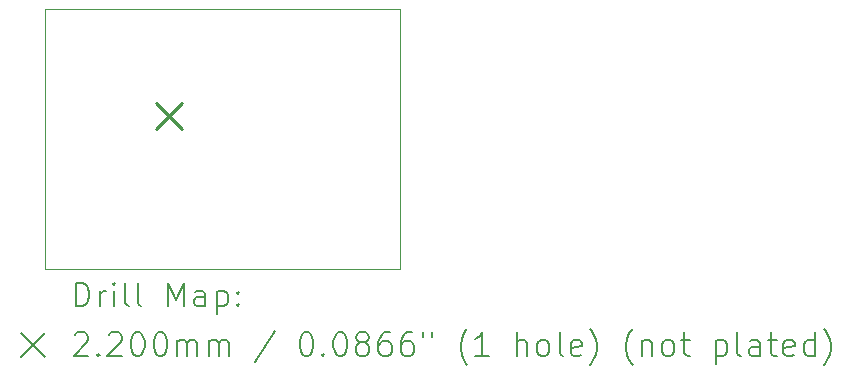
<source format=gbr>
%TF.GenerationSoftware,KiCad,Pcbnew,8.0.6-8.0.6-0~ubuntu24.04.1*%
%TF.CreationDate,2024-10-25T12:09:54+03:00*%
%TF.ProjectId,pss_v2_fan_block,7073735f-7632-45f6-9661-6e5f626c6f63,rev?*%
%TF.SameCoordinates,Original*%
%TF.FileFunction,Drillmap*%
%TF.FilePolarity,Positive*%
%FSLAX45Y45*%
G04 Gerber Fmt 4.5, Leading zero omitted, Abs format (unit mm)*
G04 Created by KiCad (PCBNEW 8.0.6-8.0.6-0~ubuntu24.04.1) date 2024-10-25 12:09:54*
%MOMM*%
%LPD*%
G01*
G04 APERTURE LIST*
%ADD10C,0.050000*%
%ADD11C,0.200000*%
%ADD12C,0.220000*%
G04 APERTURE END LIST*
D10*
X5900000Y-7200000D02*
X8900000Y-7200000D01*
X8900000Y-9400000D01*
X5900000Y-9400000D01*
X5900000Y-7200000D01*
D11*
D12*
X6840000Y-7990000D02*
X7060000Y-8210000D01*
X7060000Y-7990000D02*
X6840000Y-8210000D01*
D11*
X6158277Y-9713984D02*
X6158277Y-9513984D01*
X6158277Y-9513984D02*
X6205896Y-9513984D01*
X6205896Y-9513984D02*
X6234467Y-9523508D01*
X6234467Y-9523508D02*
X6253515Y-9542555D01*
X6253515Y-9542555D02*
X6263039Y-9561603D01*
X6263039Y-9561603D02*
X6272562Y-9599698D01*
X6272562Y-9599698D02*
X6272562Y-9628270D01*
X6272562Y-9628270D02*
X6263039Y-9666365D01*
X6263039Y-9666365D02*
X6253515Y-9685412D01*
X6253515Y-9685412D02*
X6234467Y-9704460D01*
X6234467Y-9704460D02*
X6205896Y-9713984D01*
X6205896Y-9713984D02*
X6158277Y-9713984D01*
X6358277Y-9713984D02*
X6358277Y-9580650D01*
X6358277Y-9618746D02*
X6367801Y-9599698D01*
X6367801Y-9599698D02*
X6377324Y-9590174D01*
X6377324Y-9590174D02*
X6396372Y-9580650D01*
X6396372Y-9580650D02*
X6415420Y-9580650D01*
X6482086Y-9713984D02*
X6482086Y-9580650D01*
X6482086Y-9513984D02*
X6472562Y-9523508D01*
X6472562Y-9523508D02*
X6482086Y-9533031D01*
X6482086Y-9533031D02*
X6491610Y-9523508D01*
X6491610Y-9523508D02*
X6482086Y-9513984D01*
X6482086Y-9513984D02*
X6482086Y-9533031D01*
X6605896Y-9713984D02*
X6586848Y-9704460D01*
X6586848Y-9704460D02*
X6577324Y-9685412D01*
X6577324Y-9685412D02*
X6577324Y-9513984D01*
X6710658Y-9713984D02*
X6691610Y-9704460D01*
X6691610Y-9704460D02*
X6682086Y-9685412D01*
X6682086Y-9685412D02*
X6682086Y-9513984D01*
X6939229Y-9713984D02*
X6939229Y-9513984D01*
X6939229Y-9513984D02*
X7005896Y-9656841D01*
X7005896Y-9656841D02*
X7072562Y-9513984D01*
X7072562Y-9513984D02*
X7072562Y-9713984D01*
X7253515Y-9713984D02*
X7253515Y-9609222D01*
X7253515Y-9609222D02*
X7243991Y-9590174D01*
X7243991Y-9590174D02*
X7224943Y-9580650D01*
X7224943Y-9580650D02*
X7186848Y-9580650D01*
X7186848Y-9580650D02*
X7167801Y-9590174D01*
X7253515Y-9704460D02*
X7234467Y-9713984D01*
X7234467Y-9713984D02*
X7186848Y-9713984D01*
X7186848Y-9713984D02*
X7167801Y-9704460D01*
X7167801Y-9704460D02*
X7158277Y-9685412D01*
X7158277Y-9685412D02*
X7158277Y-9666365D01*
X7158277Y-9666365D02*
X7167801Y-9647317D01*
X7167801Y-9647317D02*
X7186848Y-9637793D01*
X7186848Y-9637793D02*
X7234467Y-9637793D01*
X7234467Y-9637793D02*
X7253515Y-9628270D01*
X7348753Y-9580650D02*
X7348753Y-9780650D01*
X7348753Y-9590174D02*
X7367801Y-9580650D01*
X7367801Y-9580650D02*
X7405896Y-9580650D01*
X7405896Y-9580650D02*
X7424943Y-9590174D01*
X7424943Y-9590174D02*
X7434467Y-9599698D01*
X7434467Y-9599698D02*
X7443991Y-9618746D01*
X7443991Y-9618746D02*
X7443991Y-9675889D01*
X7443991Y-9675889D02*
X7434467Y-9694936D01*
X7434467Y-9694936D02*
X7424943Y-9704460D01*
X7424943Y-9704460D02*
X7405896Y-9713984D01*
X7405896Y-9713984D02*
X7367801Y-9713984D01*
X7367801Y-9713984D02*
X7348753Y-9704460D01*
X7529705Y-9694936D02*
X7539229Y-9704460D01*
X7539229Y-9704460D02*
X7529705Y-9713984D01*
X7529705Y-9713984D02*
X7520182Y-9704460D01*
X7520182Y-9704460D02*
X7529705Y-9694936D01*
X7529705Y-9694936D02*
X7529705Y-9713984D01*
X7529705Y-9590174D02*
X7539229Y-9599698D01*
X7539229Y-9599698D02*
X7529705Y-9609222D01*
X7529705Y-9609222D02*
X7520182Y-9599698D01*
X7520182Y-9599698D02*
X7529705Y-9590174D01*
X7529705Y-9590174D02*
X7529705Y-9609222D01*
X5697500Y-9942500D02*
X5897500Y-10142500D01*
X5897500Y-9942500D02*
X5697500Y-10142500D01*
X6148753Y-9953031D02*
X6158277Y-9943508D01*
X6158277Y-9943508D02*
X6177324Y-9933984D01*
X6177324Y-9933984D02*
X6224943Y-9933984D01*
X6224943Y-9933984D02*
X6243991Y-9943508D01*
X6243991Y-9943508D02*
X6253515Y-9953031D01*
X6253515Y-9953031D02*
X6263039Y-9972079D01*
X6263039Y-9972079D02*
X6263039Y-9991127D01*
X6263039Y-9991127D02*
X6253515Y-10019698D01*
X6253515Y-10019698D02*
X6139229Y-10133984D01*
X6139229Y-10133984D02*
X6263039Y-10133984D01*
X6348753Y-10114936D02*
X6358277Y-10124460D01*
X6358277Y-10124460D02*
X6348753Y-10133984D01*
X6348753Y-10133984D02*
X6339229Y-10124460D01*
X6339229Y-10124460D02*
X6348753Y-10114936D01*
X6348753Y-10114936D02*
X6348753Y-10133984D01*
X6434467Y-9953031D02*
X6443991Y-9943508D01*
X6443991Y-9943508D02*
X6463039Y-9933984D01*
X6463039Y-9933984D02*
X6510658Y-9933984D01*
X6510658Y-9933984D02*
X6529705Y-9943508D01*
X6529705Y-9943508D02*
X6539229Y-9953031D01*
X6539229Y-9953031D02*
X6548753Y-9972079D01*
X6548753Y-9972079D02*
X6548753Y-9991127D01*
X6548753Y-9991127D02*
X6539229Y-10019698D01*
X6539229Y-10019698D02*
X6424943Y-10133984D01*
X6424943Y-10133984D02*
X6548753Y-10133984D01*
X6672562Y-9933984D02*
X6691610Y-9933984D01*
X6691610Y-9933984D02*
X6710658Y-9943508D01*
X6710658Y-9943508D02*
X6720182Y-9953031D01*
X6720182Y-9953031D02*
X6729705Y-9972079D01*
X6729705Y-9972079D02*
X6739229Y-10010174D01*
X6739229Y-10010174D02*
X6739229Y-10057793D01*
X6739229Y-10057793D02*
X6729705Y-10095889D01*
X6729705Y-10095889D02*
X6720182Y-10114936D01*
X6720182Y-10114936D02*
X6710658Y-10124460D01*
X6710658Y-10124460D02*
X6691610Y-10133984D01*
X6691610Y-10133984D02*
X6672562Y-10133984D01*
X6672562Y-10133984D02*
X6653515Y-10124460D01*
X6653515Y-10124460D02*
X6643991Y-10114936D01*
X6643991Y-10114936D02*
X6634467Y-10095889D01*
X6634467Y-10095889D02*
X6624943Y-10057793D01*
X6624943Y-10057793D02*
X6624943Y-10010174D01*
X6624943Y-10010174D02*
X6634467Y-9972079D01*
X6634467Y-9972079D02*
X6643991Y-9953031D01*
X6643991Y-9953031D02*
X6653515Y-9943508D01*
X6653515Y-9943508D02*
X6672562Y-9933984D01*
X6863039Y-9933984D02*
X6882086Y-9933984D01*
X6882086Y-9933984D02*
X6901134Y-9943508D01*
X6901134Y-9943508D02*
X6910658Y-9953031D01*
X6910658Y-9953031D02*
X6920182Y-9972079D01*
X6920182Y-9972079D02*
X6929705Y-10010174D01*
X6929705Y-10010174D02*
X6929705Y-10057793D01*
X6929705Y-10057793D02*
X6920182Y-10095889D01*
X6920182Y-10095889D02*
X6910658Y-10114936D01*
X6910658Y-10114936D02*
X6901134Y-10124460D01*
X6901134Y-10124460D02*
X6882086Y-10133984D01*
X6882086Y-10133984D02*
X6863039Y-10133984D01*
X6863039Y-10133984D02*
X6843991Y-10124460D01*
X6843991Y-10124460D02*
X6834467Y-10114936D01*
X6834467Y-10114936D02*
X6824943Y-10095889D01*
X6824943Y-10095889D02*
X6815420Y-10057793D01*
X6815420Y-10057793D02*
X6815420Y-10010174D01*
X6815420Y-10010174D02*
X6824943Y-9972079D01*
X6824943Y-9972079D02*
X6834467Y-9953031D01*
X6834467Y-9953031D02*
X6843991Y-9943508D01*
X6843991Y-9943508D02*
X6863039Y-9933984D01*
X7015420Y-10133984D02*
X7015420Y-10000650D01*
X7015420Y-10019698D02*
X7024943Y-10010174D01*
X7024943Y-10010174D02*
X7043991Y-10000650D01*
X7043991Y-10000650D02*
X7072563Y-10000650D01*
X7072563Y-10000650D02*
X7091610Y-10010174D01*
X7091610Y-10010174D02*
X7101134Y-10029222D01*
X7101134Y-10029222D02*
X7101134Y-10133984D01*
X7101134Y-10029222D02*
X7110658Y-10010174D01*
X7110658Y-10010174D02*
X7129705Y-10000650D01*
X7129705Y-10000650D02*
X7158277Y-10000650D01*
X7158277Y-10000650D02*
X7177324Y-10010174D01*
X7177324Y-10010174D02*
X7186848Y-10029222D01*
X7186848Y-10029222D02*
X7186848Y-10133984D01*
X7282086Y-10133984D02*
X7282086Y-10000650D01*
X7282086Y-10019698D02*
X7291610Y-10010174D01*
X7291610Y-10010174D02*
X7310658Y-10000650D01*
X7310658Y-10000650D02*
X7339229Y-10000650D01*
X7339229Y-10000650D02*
X7358277Y-10010174D01*
X7358277Y-10010174D02*
X7367801Y-10029222D01*
X7367801Y-10029222D02*
X7367801Y-10133984D01*
X7367801Y-10029222D02*
X7377324Y-10010174D01*
X7377324Y-10010174D02*
X7396372Y-10000650D01*
X7396372Y-10000650D02*
X7424943Y-10000650D01*
X7424943Y-10000650D02*
X7443991Y-10010174D01*
X7443991Y-10010174D02*
X7453515Y-10029222D01*
X7453515Y-10029222D02*
X7453515Y-10133984D01*
X7843991Y-9924460D02*
X7672563Y-10181603D01*
X8101134Y-9933984D02*
X8120182Y-9933984D01*
X8120182Y-9933984D02*
X8139229Y-9943508D01*
X8139229Y-9943508D02*
X8148753Y-9953031D01*
X8148753Y-9953031D02*
X8158277Y-9972079D01*
X8158277Y-9972079D02*
X8167801Y-10010174D01*
X8167801Y-10010174D02*
X8167801Y-10057793D01*
X8167801Y-10057793D02*
X8158277Y-10095889D01*
X8158277Y-10095889D02*
X8148753Y-10114936D01*
X8148753Y-10114936D02*
X8139229Y-10124460D01*
X8139229Y-10124460D02*
X8120182Y-10133984D01*
X8120182Y-10133984D02*
X8101134Y-10133984D01*
X8101134Y-10133984D02*
X8082086Y-10124460D01*
X8082086Y-10124460D02*
X8072563Y-10114936D01*
X8072563Y-10114936D02*
X8063039Y-10095889D01*
X8063039Y-10095889D02*
X8053515Y-10057793D01*
X8053515Y-10057793D02*
X8053515Y-10010174D01*
X8053515Y-10010174D02*
X8063039Y-9972079D01*
X8063039Y-9972079D02*
X8072563Y-9953031D01*
X8072563Y-9953031D02*
X8082086Y-9943508D01*
X8082086Y-9943508D02*
X8101134Y-9933984D01*
X8253515Y-10114936D02*
X8263039Y-10124460D01*
X8263039Y-10124460D02*
X8253515Y-10133984D01*
X8253515Y-10133984D02*
X8243991Y-10124460D01*
X8243991Y-10124460D02*
X8253515Y-10114936D01*
X8253515Y-10114936D02*
X8253515Y-10133984D01*
X8386848Y-9933984D02*
X8405896Y-9933984D01*
X8405896Y-9933984D02*
X8424944Y-9943508D01*
X8424944Y-9943508D02*
X8434468Y-9953031D01*
X8434468Y-9953031D02*
X8443991Y-9972079D01*
X8443991Y-9972079D02*
X8453515Y-10010174D01*
X8453515Y-10010174D02*
X8453515Y-10057793D01*
X8453515Y-10057793D02*
X8443991Y-10095889D01*
X8443991Y-10095889D02*
X8434468Y-10114936D01*
X8434468Y-10114936D02*
X8424944Y-10124460D01*
X8424944Y-10124460D02*
X8405896Y-10133984D01*
X8405896Y-10133984D02*
X8386848Y-10133984D01*
X8386848Y-10133984D02*
X8367801Y-10124460D01*
X8367801Y-10124460D02*
X8358277Y-10114936D01*
X8358277Y-10114936D02*
X8348753Y-10095889D01*
X8348753Y-10095889D02*
X8339229Y-10057793D01*
X8339229Y-10057793D02*
X8339229Y-10010174D01*
X8339229Y-10010174D02*
X8348753Y-9972079D01*
X8348753Y-9972079D02*
X8358277Y-9953031D01*
X8358277Y-9953031D02*
X8367801Y-9943508D01*
X8367801Y-9943508D02*
X8386848Y-9933984D01*
X8567801Y-10019698D02*
X8548753Y-10010174D01*
X8548753Y-10010174D02*
X8539229Y-10000650D01*
X8539229Y-10000650D02*
X8529706Y-9981603D01*
X8529706Y-9981603D02*
X8529706Y-9972079D01*
X8529706Y-9972079D02*
X8539229Y-9953031D01*
X8539229Y-9953031D02*
X8548753Y-9943508D01*
X8548753Y-9943508D02*
X8567801Y-9933984D01*
X8567801Y-9933984D02*
X8605896Y-9933984D01*
X8605896Y-9933984D02*
X8624944Y-9943508D01*
X8624944Y-9943508D02*
X8634468Y-9953031D01*
X8634468Y-9953031D02*
X8643991Y-9972079D01*
X8643991Y-9972079D02*
X8643991Y-9981603D01*
X8643991Y-9981603D02*
X8634468Y-10000650D01*
X8634468Y-10000650D02*
X8624944Y-10010174D01*
X8624944Y-10010174D02*
X8605896Y-10019698D01*
X8605896Y-10019698D02*
X8567801Y-10019698D01*
X8567801Y-10019698D02*
X8548753Y-10029222D01*
X8548753Y-10029222D02*
X8539229Y-10038746D01*
X8539229Y-10038746D02*
X8529706Y-10057793D01*
X8529706Y-10057793D02*
X8529706Y-10095889D01*
X8529706Y-10095889D02*
X8539229Y-10114936D01*
X8539229Y-10114936D02*
X8548753Y-10124460D01*
X8548753Y-10124460D02*
X8567801Y-10133984D01*
X8567801Y-10133984D02*
X8605896Y-10133984D01*
X8605896Y-10133984D02*
X8624944Y-10124460D01*
X8624944Y-10124460D02*
X8634468Y-10114936D01*
X8634468Y-10114936D02*
X8643991Y-10095889D01*
X8643991Y-10095889D02*
X8643991Y-10057793D01*
X8643991Y-10057793D02*
X8634468Y-10038746D01*
X8634468Y-10038746D02*
X8624944Y-10029222D01*
X8624944Y-10029222D02*
X8605896Y-10019698D01*
X8815420Y-9933984D02*
X8777325Y-9933984D01*
X8777325Y-9933984D02*
X8758277Y-9943508D01*
X8758277Y-9943508D02*
X8748753Y-9953031D01*
X8748753Y-9953031D02*
X8729706Y-9981603D01*
X8729706Y-9981603D02*
X8720182Y-10019698D01*
X8720182Y-10019698D02*
X8720182Y-10095889D01*
X8720182Y-10095889D02*
X8729706Y-10114936D01*
X8729706Y-10114936D02*
X8739229Y-10124460D01*
X8739229Y-10124460D02*
X8758277Y-10133984D01*
X8758277Y-10133984D02*
X8796372Y-10133984D01*
X8796372Y-10133984D02*
X8815420Y-10124460D01*
X8815420Y-10124460D02*
X8824944Y-10114936D01*
X8824944Y-10114936D02*
X8834468Y-10095889D01*
X8834468Y-10095889D02*
X8834468Y-10048270D01*
X8834468Y-10048270D02*
X8824944Y-10029222D01*
X8824944Y-10029222D02*
X8815420Y-10019698D01*
X8815420Y-10019698D02*
X8796372Y-10010174D01*
X8796372Y-10010174D02*
X8758277Y-10010174D01*
X8758277Y-10010174D02*
X8739229Y-10019698D01*
X8739229Y-10019698D02*
X8729706Y-10029222D01*
X8729706Y-10029222D02*
X8720182Y-10048270D01*
X9005896Y-9933984D02*
X8967801Y-9933984D01*
X8967801Y-9933984D02*
X8948753Y-9943508D01*
X8948753Y-9943508D02*
X8939229Y-9953031D01*
X8939229Y-9953031D02*
X8920182Y-9981603D01*
X8920182Y-9981603D02*
X8910658Y-10019698D01*
X8910658Y-10019698D02*
X8910658Y-10095889D01*
X8910658Y-10095889D02*
X8920182Y-10114936D01*
X8920182Y-10114936D02*
X8929706Y-10124460D01*
X8929706Y-10124460D02*
X8948753Y-10133984D01*
X8948753Y-10133984D02*
X8986849Y-10133984D01*
X8986849Y-10133984D02*
X9005896Y-10124460D01*
X9005896Y-10124460D02*
X9015420Y-10114936D01*
X9015420Y-10114936D02*
X9024944Y-10095889D01*
X9024944Y-10095889D02*
X9024944Y-10048270D01*
X9024944Y-10048270D02*
X9015420Y-10029222D01*
X9015420Y-10029222D02*
X9005896Y-10019698D01*
X9005896Y-10019698D02*
X8986849Y-10010174D01*
X8986849Y-10010174D02*
X8948753Y-10010174D01*
X8948753Y-10010174D02*
X8929706Y-10019698D01*
X8929706Y-10019698D02*
X8920182Y-10029222D01*
X8920182Y-10029222D02*
X8910658Y-10048270D01*
X9101134Y-9933984D02*
X9101134Y-9972079D01*
X9177325Y-9933984D02*
X9177325Y-9972079D01*
X9472563Y-10210174D02*
X9463039Y-10200650D01*
X9463039Y-10200650D02*
X9443991Y-10172079D01*
X9443991Y-10172079D02*
X9434468Y-10153031D01*
X9434468Y-10153031D02*
X9424944Y-10124460D01*
X9424944Y-10124460D02*
X9415420Y-10076841D01*
X9415420Y-10076841D02*
X9415420Y-10038746D01*
X9415420Y-10038746D02*
X9424944Y-9991127D01*
X9424944Y-9991127D02*
X9434468Y-9962555D01*
X9434468Y-9962555D02*
X9443991Y-9943508D01*
X9443991Y-9943508D02*
X9463039Y-9914936D01*
X9463039Y-9914936D02*
X9472563Y-9905412D01*
X9653515Y-10133984D02*
X9539230Y-10133984D01*
X9596372Y-10133984D02*
X9596372Y-9933984D01*
X9596372Y-9933984D02*
X9577325Y-9962555D01*
X9577325Y-9962555D02*
X9558277Y-9981603D01*
X9558277Y-9981603D02*
X9539230Y-9991127D01*
X9891611Y-10133984D02*
X9891611Y-9933984D01*
X9977325Y-10133984D02*
X9977325Y-10029222D01*
X9977325Y-10029222D02*
X9967801Y-10010174D01*
X9967801Y-10010174D02*
X9948753Y-10000650D01*
X9948753Y-10000650D02*
X9920182Y-10000650D01*
X9920182Y-10000650D02*
X9901134Y-10010174D01*
X9901134Y-10010174D02*
X9891611Y-10019698D01*
X10101134Y-10133984D02*
X10082087Y-10124460D01*
X10082087Y-10124460D02*
X10072563Y-10114936D01*
X10072563Y-10114936D02*
X10063039Y-10095889D01*
X10063039Y-10095889D02*
X10063039Y-10038746D01*
X10063039Y-10038746D02*
X10072563Y-10019698D01*
X10072563Y-10019698D02*
X10082087Y-10010174D01*
X10082087Y-10010174D02*
X10101134Y-10000650D01*
X10101134Y-10000650D02*
X10129706Y-10000650D01*
X10129706Y-10000650D02*
X10148753Y-10010174D01*
X10148753Y-10010174D02*
X10158277Y-10019698D01*
X10158277Y-10019698D02*
X10167801Y-10038746D01*
X10167801Y-10038746D02*
X10167801Y-10095889D01*
X10167801Y-10095889D02*
X10158277Y-10114936D01*
X10158277Y-10114936D02*
X10148753Y-10124460D01*
X10148753Y-10124460D02*
X10129706Y-10133984D01*
X10129706Y-10133984D02*
X10101134Y-10133984D01*
X10282087Y-10133984D02*
X10263039Y-10124460D01*
X10263039Y-10124460D02*
X10253515Y-10105412D01*
X10253515Y-10105412D02*
X10253515Y-9933984D01*
X10434468Y-10124460D02*
X10415420Y-10133984D01*
X10415420Y-10133984D02*
X10377325Y-10133984D01*
X10377325Y-10133984D02*
X10358277Y-10124460D01*
X10358277Y-10124460D02*
X10348753Y-10105412D01*
X10348753Y-10105412D02*
X10348753Y-10029222D01*
X10348753Y-10029222D02*
X10358277Y-10010174D01*
X10358277Y-10010174D02*
X10377325Y-10000650D01*
X10377325Y-10000650D02*
X10415420Y-10000650D01*
X10415420Y-10000650D02*
X10434468Y-10010174D01*
X10434468Y-10010174D02*
X10443992Y-10029222D01*
X10443992Y-10029222D02*
X10443992Y-10048270D01*
X10443992Y-10048270D02*
X10348753Y-10067317D01*
X10510658Y-10210174D02*
X10520182Y-10200650D01*
X10520182Y-10200650D02*
X10539230Y-10172079D01*
X10539230Y-10172079D02*
X10548753Y-10153031D01*
X10548753Y-10153031D02*
X10558277Y-10124460D01*
X10558277Y-10124460D02*
X10567801Y-10076841D01*
X10567801Y-10076841D02*
X10567801Y-10038746D01*
X10567801Y-10038746D02*
X10558277Y-9991127D01*
X10558277Y-9991127D02*
X10548753Y-9962555D01*
X10548753Y-9962555D02*
X10539230Y-9943508D01*
X10539230Y-9943508D02*
X10520182Y-9914936D01*
X10520182Y-9914936D02*
X10510658Y-9905412D01*
X10872563Y-10210174D02*
X10863039Y-10200650D01*
X10863039Y-10200650D02*
X10843992Y-10172079D01*
X10843992Y-10172079D02*
X10834468Y-10153031D01*
X10834468Y-10153031D02*
X10824944Y-10124460D01*
X10824944Y-10124460D02*
X10815420Y-10076841D01*
X10815420Y-10076841D02*
X10815420Y-10038746D01*
X10815420Y-10038746D02*
X10824944Y-9991127D01*
X10824944Y-9991127D02*
X10834468Y-9962555D01*
X10834468Y-9962555D02*
X10843992Y-9943508D01*
X10843992Y-9943508D02*
X10863039Y-9914936D01*
X10863039Y-9914936D02*
X10872563Y-9905412D01*
X10948753Y-10000650D02*
X10948753Y-10133984D01*
X10948753Y-10019698D02*
X10958277Y-10010174D01*
X10958277Y-10010174D02*
X10977325Y-10000650D01*
X10977325Y-10000650D02*
X11005896Y-10000650D01*
X11005896Y-10000650D02*
X11024944Y-10010174D01*
X11024944Y-10010174D02*
X11034468Y-10029222D01*
X11034468Y-10029222D02*
X11034468Y-10133984D01*
X11158277Y-10133984D02*
X11139230Y-10124460D01*
X11139230Y-10124460D02*
X11129706Y-10114936D01*
X11129706Y-10114936D02*
X11120182Y-10095889D01*
X11120182Y-10095889D02*
X11120182Y-10038746D01*
X11120182Y-10038746D02*
X11129706Y-10019698D01*
X11129706Y-10019698D02*
X11139230Y-10010174D01*
X11139230Y-10010174D02*
X11158277Y-10000650D01*
X11158277Y-10000650D02*
X11186849Y-10000650D01*
X11186849Y-10000650D02*
X11205896Y-10010174D01*
X11205896Y-10010174D02*
X11215420Y-10019698D01*
X11215420Y-10019698D02*
X11224944Y-10038746D01*
X11224944Y-10038746D02*
X11224944Y-10095889D01*
X11224944Y-10095889D02*
X11215420Y-10114936D01*
X11215420Y-10114936D02*
X11205896Y-10124460D01*
X11205896Y-10124460D02*
X11186849Y-10133984D01*
X11186849Y-10133984D02*
X11158277Y-10133984D01*
X11282087Y-10000650D02*
X11358277Y-10000650D01*
X11310658Y-9933984D02*
X11310658Y-10105412D01*
X11310658Y-10105412D02*
X11320182Y-10124460D01*
X11320182Y-10124460D02*
X11339230Y-10133984D01*
X11339230Y-10133984D02*
X11358277Y-10133984D01*
X11577325Y-10000650D02*
X11577325Y-10200650D01*
X11577325Y-10010174D02*
X11596372Y-10000650D01*
X11596372Y-10000650D02*
X11634468Y-10000650D01*
X11634468Y-10000650D02*
X11653515Y-10010174D01*
X11653515Y-10010174D02*
X11663039Y-10019698D01*
X11663039Y-10019698D02*
X11672563Y-10038746D01*
X11672563Y-10038746D02*
X11672563Y-10095889D01*
X11672563Y-10095889D02*
X11663039Y-10114936D01*
X11663039Y-10114936D02*
X11653515Y-10124460D01*
X11653515Y-10124460D02*
X11634468Y-10133984D01*
X11634468Y-10133984D02*
X11596372Y-10133984D01*
X11596372Y-10133984D02*
X11577325Y-10124460D01*
X11786849Y-10133984D02*
X11767801Y-10124460D01*
X11767801Y-10124460D02*
X11758277Y-10105412D01*
X11758277Y-10105412D02*
X11758277Y-9933984D01*
X11948753Y-10133984D02*
X11948753Y-10029222D01*
X11948753Y-10029222D02*
X11939230Y-10010174D01*
X11939230Y-10010174D02*
X11920182Y-10000650D01*
X11920182Y-10000650D02*
X11882087Y-10000650D01*
X11882087Y-10000650D02*
X11863039Y-10010174D01*
X11948753Y-10124460D02*
X11929706Y-10133984D01*
X11929706Y-10133984D02*
X11882087Y-10133984D01*
X11882087Y-10133984D02*
X11863039Y-10124460D01*
X11863039Y-10124460D02*
X11853515Y-10105412D01*
X11853515Y-10105412D02*
X11853515Y-10086365D01*
X11853515Y-10086365D02*
X11863039Y-10067317D01*
X11863039Y-10067317D02*
X11882087Y-10057793D01*
X11882087Y-10057793D02*
X11929706Y-10057793D01*
X11929706Y-10057793D02*
X11948753Y-10048270D01*
X12015420Y-10000650D02*
X12091611Y-10000650D01*
X12043992Y-9933984D02*
X12043992Y-10105412D01*
X12043992Y-10105412D02*
X12053515Y-10124460D01*
X12053515Y-10124460D02*
X12072563Y-10133984D01*
X12072563Y-10133984D02*
X12091611Y-10133984D01*
X12234468Y-10124460D02*
X12215420Y-10133984D01*
X12215420Y-10133984D02*
X12177325Y-10133984D01*
X12177325Y-10133984D02*
X12158277Y-10124460D01*
X12158277Y-10124460D02*
X12148753Y-10105412D01*
X12148753Y-10105412D02*
X12148753Y-10029222D01*
X12148753Y-10029222D02*
X12158277Y-10010174D01*
X12158277Y-10010174D02*
X12177325Y-10000650D01*
X12177325Y-10000650D02*
X12215420Y-10000650D01*
X12215420Y-10000650D02*
X12234468Y-10010174D01*
X12234468Y-10010174D02*
X12243992Y-10029222D01*
X12243992Y-10029222D02*
X12243992Y-10048270D01*
X12243992Y-10048270D02*
X12148753Y-10067317D01*
X12415420Y-10133984D02*
X12415420Y-9933984D01*
X12415420Y-10124460D02*
X12396373Y-10133984D01*
X12396373Y-10133984D02*
X12358277Y-10133984D01*
X12358277Y-10133984D02*
X12339230Y-10124460D01*
X12339230Y-10124460D02*
X12329706Y-10114936D01*
X12329706Y-10114936D02*
X12320182Y-10095889D01*
X12320182Y-10095889D02*
X12320182Y-10038746D01*
X12320182Y-10038746D02*
X12329706Y-10019698D01*
X12329706Y-10019698D02*
X12339230Y-10010174D01*
X12339230Y-10010174D02*
X12358277Y-10000650D01*
X12358277Y-10000650D02*
X12396373Y-10000650D01*
X12396373Y-10000650D02*
X12415420Y-10010174D01*
X12491611Y-10210174D02*
X12501134Y-10200650D01*
X12501134Y-10200650D02*
X12520182Y-10172079D01*
X12520182Y-10172079D02*
X12529706Y-10153031D01*
X12529706Y-10153031D02*
X12539230Y-10124460D01*
X12539230Y-10124460D02*
X12548753Y-10076841D01*
X12548753Y-10076841D02*
X12548753Y-10038746D01*
X12548753Y-10038746D02*
X12539230Y-9991127D01*
X12539230Y-9991127D02*
X12529706Y-9962555D01*
X12529706Y-9962555D02*
X12520182Y-9943508D01*
X12520182Y-9943508D02*
X12501134Y-9914936D01*
X12501134Y-9914936D02*
X12491611Y-9905412D01*
M02*

</source>
